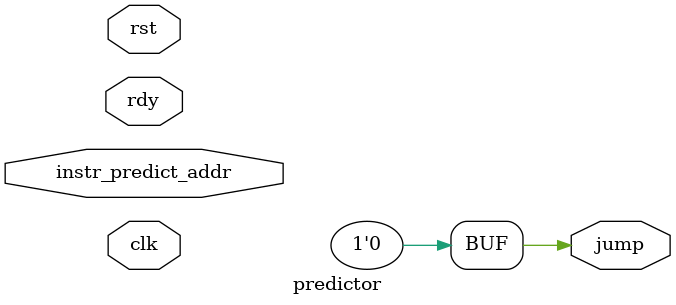
<source format=v>
module predictor(
    input               clk,
    input               rst,
    input               rdy,

    // for IF
    input [31:0]        instr_predict_addr,
    output              jump
    
    // for ROB
);

assign jump = 1'b0;

always @(posedge clk) begin
    if (rst) begin
        // reset
    end else if (rdy) begin
        // predict
    end
end

endmodule
</source>
